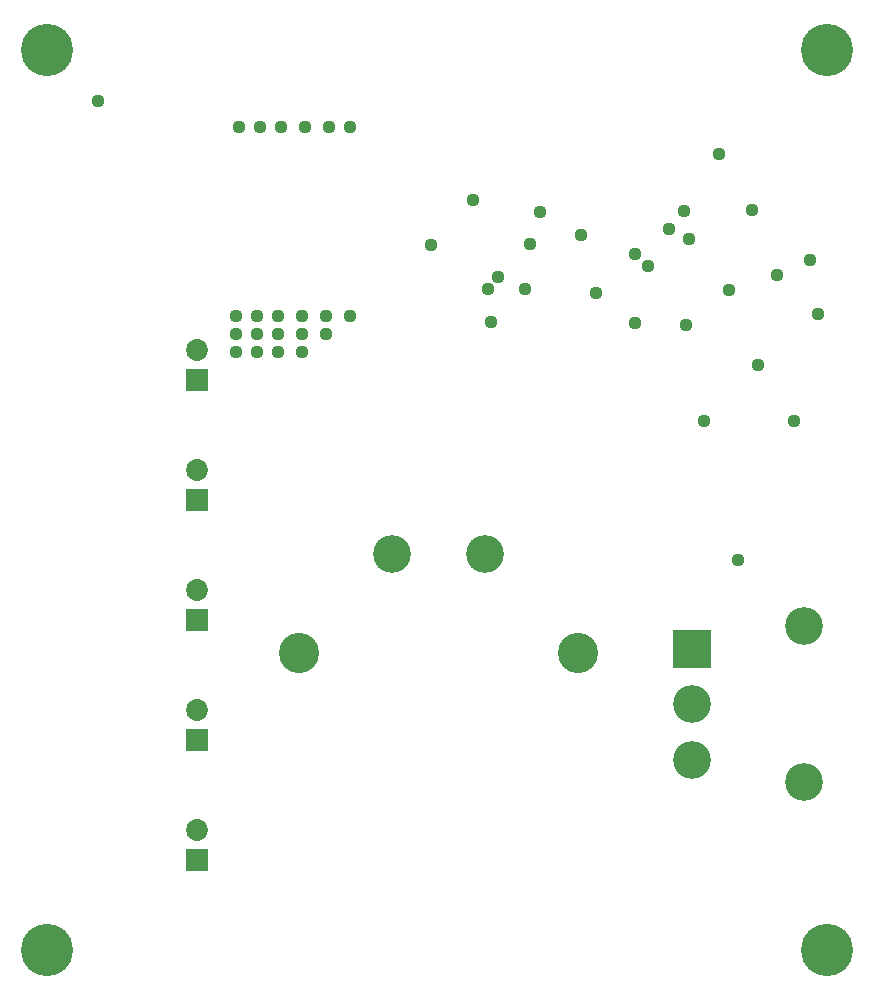
<source format=gbs>
G75*
G70*
%OFA0B0*%
%FSLAX24Y24*%
%IPPOS*%
%LPD*%
%AMOC8*
5,1,8,0,0,1.08239X$1,22.5*
%
%ADD10C,0.1340*%
%ADD11C,0.1261*%
%ADD12R,0.1261X0.1261*%
%ADD13R,0.0730X0.0730*%
%ADD14C,0.0730*%
%ADD15C,0.0437*%
%ADD16C,0.1740*%
D10*
X011000Y012500D03*
X020300Y012500D03*
D11*
X017200Y015800D03*
X014100Y015800D03*
X024100Y010800D03*
X024100Y008950D03*
X027850Y008200D03*
X027850Y013400D03*
D12*
X024100Y012650D03*
D13*
X007600Y013600D03*
X007600Y009600D03*
X007600Y005600D03*
X007600Y017600D03*
X007600Y021600D03*
D14*
X007600Y022600D03*
X007600Y018600D03*
X007600Y014600D03*
X007600Y010600D03*
X007600Y006600D03*
D15*
X008900Y022550D03*
X008900Y023150D03*
X008900Y023750D03*
X009600Y023750D03*
X009600Y023150D03*
X009600Y022550D03*
X010300Y022550D03*
X010300Y023150D03*
X010300Y023750D03*
X011100Y023750D03*
X011100Y023150D03*
X011100Y022550D03*
X011900Y023150D03*
X011900Y023750D03*
X012700Y023750D03*
X015400Y026100D03*
X016800Y027600D03*
X018700Y026150D03*
X019050Y027200D03*
X020400Y026450D03*
X022200Y025800D03*
X022650Y025400D03*
X023350Y026650D03*
X024000Y026300D03*
X023850Y027250D03*
X025000Y029150D03*
X026100Y027259D03*
X026950Y025100D03*
X028050Y025600D03*
X028300Y023800D03*
X026300Y022100D03*
X027500Y020250D03*
X024500Y020250D03*
X023900Y023450D03*
X022200Y023500D03*
X020900Y024500D03*
X018550Y024650D03*
X017650Y025050D03*
X017300Y024650D03*
X017400Y023550D03*
X012700Y030050D03*
X012000Y030050D03*
X011200Y030050D03*
X010400Y030050D03*
X009700Y030050D03*
X009000Y030050D03*
X004300Y030900D03*
X025350Y024600D03*
X025650Y015600D03*
D16*
X002600Y002600D03*
X028600Y002600D03*
X028600Y032600D03*
X002600Y032600D03*
M02*

</source>
